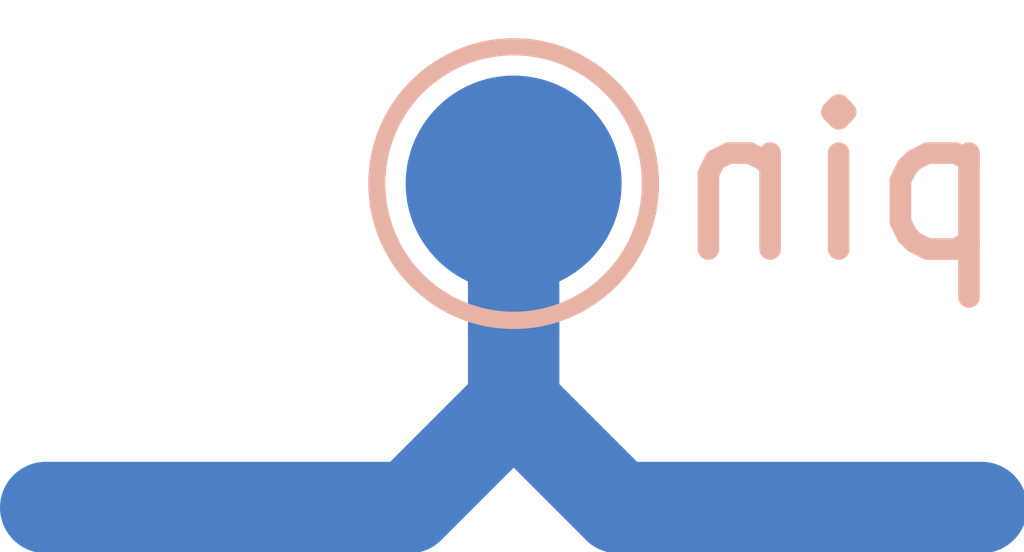
<source format=kicad_pcb>
(kicad_pcb (version 20171130) (host pcbnew "(5.1.9-0-10_14)")

  (general
    (thickness 1.6)
    (drawings 1)
    (tracks 6)
    (zones 0)
    (modules 1)
    (nets 2)
  )

  (page A4)
  (layers
    (0 F.Cu signal)
    (31 B.Cu signal)
    (32 B.Adhes user)
    (33 F.Adhes user)
    (34 B.Paste user)
    (35 F.Paste user)
    (36 B.SilkS user)
    (37 F.SilkS user)
    (38 B.Mask user)
    (39 F.Mask user)
    (40 Dwgs.User user)
    (41 Cmts.User user)
    (42 Eco1.User user)
    (43 Eco2.User user)
    (44 Edge.Cuts user)
    (45 Margin user)
    (46 B.CrtYd user hide)
    (47 F.CrtYd user hide)
    (48 B.Fab user hide)
    (49 F.Fab user hide)
  )

  (setup
    (last_trace_width 0.1524)
    (user_trace_width 0.1524)
    (user_trace_width 0.254)
    (user_trace_width 0.4064)
    (user_trace_width 0.635)
    (trace_clearance 0.1524)
    (zone_clearance 0.508)
    (zone_45_only no)
    (trace_min 0.1524)
    (via_size 0.6858)
    (via_drill 0.3048)
    (via_min_size 0.6858)
    (via_min_drill 0.3048)
    (uvia_size 0.3048)
    (uvia_drill 0.1524)
    (uvias_allowed no)
    (uvia_min_size 0.2)
    (uvia_min_drill 0.1)
    (edge_width 0.15)
    (segment_width 0.15)
    (pcb_text_width 0.3)
    (pcb_text_size 1.5 1.5)
    (mod_edge_width 0.15)
    (mod_text_size 1 1)
    (mod_text_width 0.15)
    (pad_size 1.524 1.524)
    (pad_drill 0.762)
    (pad_to_mask_clearance 0.2)
    (aux_axis_origin 0 0)
    (visible_elements FFFFFF7F)
    (pcbplotparams
      (layerselection 0x010fc_ffffffff)
      (usegerberextensions false)
      (usegerberattributes false)
      (usegerberadvancedattributes false)
      (creategerberjobfile false)
      (excludeedgelayer true)
      (linewidth 0.100000)
      (plotframeref false)
      (viasonmask false)
      (mode 1)
      (useauxorigin false)
      (hpglpennumber 1)
      (hpglpenspeed 20)
      (hpglpendiameter 15.000000)
      (psnegative false)
      (psa4output false)
      (plotreference true)
      (plotvalue true)
      (plotinvisibletext false)
      (padsonsilk false)
      (subtractmaskfromsilk false)
      (outputformat 1)
      (mirror false)
      (drillshape 1)
      (scaleselection 1)
      (outputdirectory ""))
  )

  (net 0 "")
  (net 1 "Net-(Pin0-Pad1)")

  (net_class Default "This is the default net class."
    (clearance 0.1524)
    (trace_width 0.1524)
    (via_dia 0.6858)
    (via_drill 0.3048)
    (uvia_dia 0.3048)
    (uvia_drill 0.1524)
    (diff_pair_width 0.1524)
    (diff_pair_gap 0.1524)
    (add_net "Net-(Pin0-Pad1)")
  )

  (module TestPoint:TestPoint_Pad_D1.5mm (layer B.Cu) (tedit 5A0F774F) (tstamp 60B93F04)
    (at 0 0)
    (descr "SMD pad as test Point, diameter 1.5mm")
    (tags "test point SMD pad")
    (path /60B97905)
    (attr virtual)
    (fp_text reference Pin0 (at 0 1.648) (layer B.SilkS) hide
      (effects (font (size 1 1) (thickness 0.15)) (justify mirror))
    )
    (fp_text value TestPoint (at 0 -1.75) (layer B.Fab)
      (effects (font (size 1 1) (thickness 0.15)) (justify mirror))
    )
    (fp_circle (center 0 0) (end 0 -0.95) (layer B.SilkS) (width 0.12))
    (fp_circle (center 0 0) (end 1.25 0) (layer B.CrtYd) (width 0.05))
    (fp_text user %R (at 0 1.65) (layer B.Fab)
      (effects (font (size 1 1) (thickness 0.15)) (justify mirror))
    )
    (pad 1 smd circle (at 0 0) (size 1.5 1.5) (layers B.Cu B.Mask)
      (net 1 "Net-(Pin0-Pad1)"))
  )

  (gr_text pin (at 1.016 0) (layer B.SilkS)
    (effects (font (size 1 1) (thickness 0.15)) (justify right mirror))
  )

  (segment (start 0 1.016) (end 0 0) (width 0.635) (layer B.Cu) (net 1))
  (segment (start 0 1.524) (end 0 1.016) (width 0.635) (layer B.Cu) (net 1))
  (segment (start -0.726 2.25) (end 0 1.524) (width 0.635) (layer B.Cu) (net 1))
  (segment (start -3.25 2.25) (end -0.726 2.25) (width 0.635) (layer B.Cu) (net 1))
  (segment (start 0.726 2.25) (end 0 1.524) (width 0.635) (layer B.Cu) (net 1))
  (segment (start 3.25 2.25) (end 0.726 2.25) (width 0.635) (layer B.Cu) (net 1))

)

</source>
